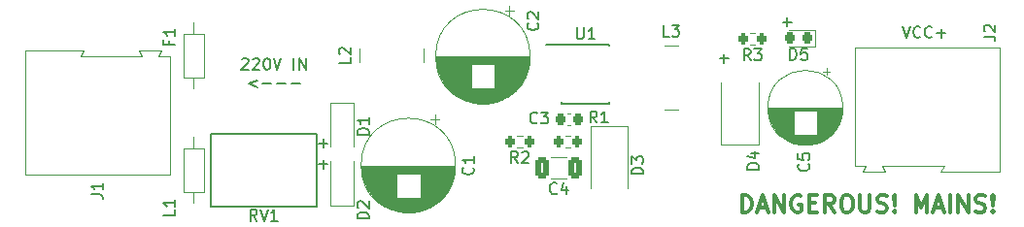
<source format=gbr>
G04 #@! TF.GenerationSoftware,KiCad,Pcbnew,6.0.0-rc1-unknown-c40e921cb3~144~ubuntu20.04.1*
G04 #@! TF.CreationDate,2021-11-22T05:53:21+02:00*
G04 #@! TF.ProjectId,PSU-NONISOLATED,5053552d-4e4f-44e4-9953-4f4c41544544,rev?*
G04 #@! TF.SameCoordinates,Original*
G04 #@! TF.FileFunction,Legend,Top*
G04 #@! TF.FilePolarity,Positive*
%FSLAX46Y46*%
G04 Gerber Fmt 4.6, Leading zero omitted, Abs format (unit mm)*
G04 Created by KiCad (PCBNEW 6.0.0-rc1-unknown-c40e921cb3~144~ubuntu20.04.1) date 2021-11-22 05:53:21*
%MOMM*%
%LPD*%
G01*
G04 APERTURE LIST*
G04 Aperture macros list*
%AMRoundRect*
0 Rectangle with rounded corners*
0 $1 Rounding radius*
0 $2 $3 $4 $5 $6 $7 $8 $9 X,Y pos of 4 corners*
0 Add a 4 corners polygon primitive as box body*
4,1,4,$2,$3,$4,$5,$6,$7,$8,$9,$2,$3,0*
0 Add four circle primitives for the rounded corners*
1,1,$1+$1,$2,$3*
1,1,$1+$1,$4,$5*
1,1,$1+$1,$6,$7*
1,1,$1+$1,$8,$9*
0 Add four rect primitives between the rounded corners*
20,1,$1+$1,$2,$3,$4,$5,0*
20,1,$1+$1,$4,$5,$6,$7,0*
20,1,$1+$1,$6,$7,$8,$9,0*
20,1,$1+$1,$8,$9,$2,$3,0*%
G04 Aperture macros list end*
%ADD10C,0.150000*%
%ADD11C,0.300000*%
%ADD12C,0.120000*%
%ADD13R,1.800000X2.500000*%
%ADD14R,2.150000X5.500000*%
%ADD15C,1.400000*%
%ADD16O,1.400000X1.400000*%
%ADD17R,1.600000X1.600000*%
%ADD18C,1.600000*%
%ADD19R,3.960000X1.980000*%
%ADD20O,3.960000X1.980000*%
%ADD21RoundRect,0.250000X0.325000X0.650000X-0.325000X0.650000X-0.325000X-0.650000X0.325000X-0.650000X0*%
%ADD22R,1.100000X1.100000*%
%ADD23RoundRect,0.218750X0.218750X0.256250X-0.218750X0.256250X-0.218750X-0.256250X0.218750X-0.256250X0*%
%ADD24RoundRect,0.200000X0.200000X0.275000X-0.200000X0.275000X-0.200000X-0.275000X0.200000X-0.275000X0*%
%ADD25RoundRect,0.225000X-0.225000X-0.250000X0.225000X-0.250000X0.225000X0.250000X-0.225000X0.250000X0*%
%ADD26R,5.500000X2.150000*%
%ADD27RoundRect,0.200000X-0.200000X-0.275000X0.200000X-0.275000X0.200000X0.275000X-0.200000X0.275000X0*%
%ADD28R,2.000000X0.600000*%
G04 APERTURE END LIST*
D10*
X80490476Y-50342619D02*
X80538095Y-50295000D01*
X80633333Y-50247380D01*
X80871428Y-50247380D01*
X80966666Y-50295000D01*
X81014285Y-50342619D01*
X81061904Y-50437857D01*
X81061904Y-50533095D01*
X81014285Y-50675952D01*
X80442857Y-51247380D01*
X81061904Y-51247380D01*
X81442857Y-50342619D02*
X81490476Y-50295000D01*
X81585714Y-50247380D01*
X81823809Y-50247380D01*
X81919047Y-50295000D01*
X81966666Y-50342619D01*
X82014285Y-50437857D01*
X82014285Y-50533095D01*
X81966666Y-50675952D01*
X81395238Y-51247380D01*
X82014285Y-51247380D01*
X82633333Y-50247380D02*
X82728571Y-50247380D01*
X82823809Y-50295000D01*
X82871428Y-50342619D01*
X82919047Y-50437857D01*
X82966666Y-50628333D01*
X82966666Y-50866428D01*
X82919047Y-51056904D01*
X82871428Y-51152142D01*
X82823809Y-51199761D01*
X82728571Y-51247380D01*
X82633333Y-51247380D01*
X82538095Y-51199761D01*
X82490476Y-51152142D01*
X82442857Y-51056904D01*
X82395238Y-50866428D01*
X82395238Y-50628333D01*
X82442857Y-50437857D01*
X82490476Y-50342619D01*
X82538095Y-50295000D01*
X82633333Y-50247380D01*
X83252380Y-50247380D02*
X83585714Y-51247380D01*
X83919047Y-50247380D01*
X85014285Y-51247380D02*
X85014285Y-50247380D01*
X85490476Y-51247380D02*
X85490476Y-50247380D01*
X86061904Y-51247380D01*
X86061904Y-50247380D01*
X81823809Y-52190714D02*
X81061904Y-52476428D01*
X81823809Y-52762142D01*
X82300000Y-52476428D02*
X83061904Y-52476428D01*
X83538095Y-52476428D02*
X84300000Y-52476428D01*
X84776190Y-52476428D02*
X85538095Y-52476428D01*
D11*
X124071428Y-63678571D02*
X124071428Y-62178571D01*
X124428571Y-62178571D01*
X124642857Y-62250000D01*
X124785714Y-62392857D01*
X124857142Y-62535714D01*
X124928571Y-62821428D01*
X124928571Y-63035714D01*
X124857142Y-63321428D01*
X124785714Y-63464285D01*
X124642857Y-63607142D01*
X124428571Y-63678571D01*
X124071428Y-63678571D01*
X125500000Y-63250000D02*
X126214285Y-63250000D01*
X125357142Y-63678571D02*
X125857142Y-62178571D01*
X126357142Y-63678571D01*
X126857142Y-63678571D02*
X126857142Y-62178571D01*
X127714285Y-63678571D01*
X127714285Y-62178571D01*
X129214285Y-62250000D02*
X129071428Y-62178571D01*
X128857142Y-62178571D01*
X128642857Y-62250000D01*
X128500000Y-62392857D01*
X128428571Y-62535714D01*
X128357142Y-62821428D01*
X128357142Y-63035714D01*
X128428571Y-63321428D01*
X128500000Y-63464285D01*
X128642857Y-63607142D01*
X128857142Y-63678571D01*
X129000000Y-63678571D01*
X129214285Y-63607142D01*
X129285714Y-63535714D01*
X129285714Y-63035714D01*
X129000000Y-63035714D01*
X129928571Y-62892857D02*
X130428571Y-62892857D01*
X130642857Y-63678571D02*
X129928571Y-63678571D01*
X129928571Y-62178571D01*
X130642857Y-62178571D01*
X132142857Y-63678571D02*
X131642857Y-62964285D01*
X131285714Y-63678571D02*
X131285714Y-62178571D01*
X131857142Y-62178571D01*
X132000000Y-62250000D01*
X132071428Y-62321428D01*
X132142857Y-62464285D01*
X132142857Y-62678571D01*
X132071428Y-62821428D01*
X132000000Y-62892857D01*
X131857142Y-62964285D01*
X131285714Y-62964285D01*
X133071428Y-62178571D02*
X133357142Y-62178571D01*
X133500000Y-62250000D01*
X133642857Y-62392857D01*
X133714285Y-62678571D01*
X133714285Y-63178571D01*
X133642857Y-63464285D01*
X133500000Y-63607142D01*
X133357142Y-63678571D01*
X133071428Y-63678571D01*
X132928571Y-63607142D01*
X132785714Y-63464285D01*
X132714285Y-63178571D01*
X132714285Y-62678571D01*
X132785714Y-62392857D01*
X132928571Y-62250000D01*
X133071428Y-62178571D01*
X134357142Y-62178571D02*
X134357142Y-63392857D01*
X134428571Y-63535714D01*
X134500000Y-63607142D01*
X134642857Y-63678571D01*
X134928571Y-63678571D01*
X135071428Y-63607142D01*
X135142857Y-63535714D01*
X135214285Y-63392857D01*
X135214285Y-62178571D01*
X135857142Y-63607142D02*
X136071428Y-63678571D01*
X136428571Y-63678571D01*
X136571428Y-63607142D01*
X136642857Y-63535714D01*
X136714285Y-63392857D01*
X136714285Y-63250000D01*
X136642857Y-63107142D01*
X136571428Y-63035714D01*
X136428571Y-62964285D01*
X136142857Y-62892857D01*
X136000000Y-62821428D01*
X135928571Y-62750000D01*
X135857142Y-62607142D01*
X135857142Y-62464285D01*
X135928571Y-62321428D01*
X136000000Y-62250000D01*
X136142857Y-62178571D01*
X136500000Y-62178571D01*
X136714285Y-62250000D01*
X137357142Y-63535714D02*
X137428571Y-63607142D01*
X137357142Y-63678571D01*
X137285714Y-63607142D01*
X137357142Y-63535714D01*
X137357142Y-63678571D01*
X137357142Y-63107142D02*
X137285714Y-62250000D01*
X137357142Y-62178571D01*
X137428571Y-62250000D01*
X137357142Y-63107142D01*
X137357142Y-62178571D01*
X139214285Y-63678571D02*
X139214285Y-62178571D01*
X139714285Y-63250000D01*
X140214285Y-62178571D01*
X140214285Y-63678571D01*
X140857142Y-63250000D02*
X141571428Y-63250000D01*
X140714285Y-63678571D02*
X141214285Y-62178571D01*
X141714285Y-63678571D01*
X142214285Y-63678571D02*
X142214285Y-62178571D01*
X142928571Y-63678571D02*
X142928571Y-62178571D01*
X143785714Y-63678571D01*
X143785714Y-62178571D01*
X144428571Y-63607142D02*
X144642857Y-63678571D01*
X145000000Y-63678571D01*
X145142857Y-63607142D01*
X145214285Y-63535714D01*
X145285714Y-63392857D01*
X145285714Y-63250000D01*
X145214285Y-63107142D01*
X145142857Y-63035714D01*
X145000000Y-62964285D01*
X144714285Y-62892857D01*
X144571428Y-62821428D01*
X144500000Y-62750000D01*
X144428571Y-62607142D01*
X144428571Y-62464285D01*
X144500000Y-62321428D01*
X144571428Y-62250000D01*
X144714285Y-62178571D01*
X145071428Y-62178571D01*
X145285714Y-62250000D01*
X145928571Y-63535714D02*
X146000000Y-63607142D01*
X145928571Y-63678571D01*
X145857142Y-63607142D01*
X145928571Y-63535714D01*
X145928571Y-63678571D01*
X145928571Y-63107142D02*
X145857142Y-62250000D01*
X145928571Y-62178571D01*
X146000000Y-62250000D01*
X145928571Y-63107142D01*
X145928571Y-62178571D01*
D10*
X122119047Y-50271428D02*
X122880952Y-50271428D01*
X122500000Y-50652380D02*
X122500000Y-49890476D01*
X87219047Y-59471428D02*
X87980952Y-59471428D01*
X87600000Y-59852380D02*
X87600000Y-59090476D01*
X87219047Y-57671428D02*
X87980952Y-57671428D01*
X87600000Y-58052380D02*
X87600000Y-57290476D01*
X127619047Y-47071428D02*
X128380952Y-47071428D01*
X128000000Y-47452380D02*
X128000000Y-46690476D01*
X138047619Y-47452380D02*
X138380952Y-48452380D01*
X138714285Y-47452380D01*
X139619047Y-48357142D02*
X139571428Y-48404761D01*
X139428571Y-48452380D01*
X139333333Y-48452380D01*
X139190476Y-48404761D01*
X139095238Y-48309523D01*
X139047619Y-48214285D01*
X139000000Y-48023809D01*
X139000000Y-47880952D01*
X139047619Y-47690476D01*
X139095238Y-47595238D01*
X139190476Y-47500000D01*
X139333333Y-47452380D01*
X139428571Y-47452380D01*
X139571428Y-47500000D01*
X139619047Y-47547619D01*
X140619047Y-48357142D02*
X140571428Y-48404761D01*
X140428571Y-48452380D01*
X140333333Y-48452380D01*
X140190476Y-48404761D01*
X140095238Y-48309523D01*
X140047619Y-48214285D01*
X140000000Y-48023809D01*
X140000000Y-47880952D01*
X140047619Y-47690476D01*
X140095238Y-47595238D01*
X140190476Y-47500000D01*
X140333333Y-47452380D01*
X140428571Y-47452380D01*
X140571428Y-47500000D01*
X140619047Y-47547619D01*
X141047619Y-48071428D02*
X141809523Y-48071428D01*
X141428571Y-48452380D02*
X141428571Y-47690476D01*
X115452380Y-60338095D02*
X114452380Y-60338095D01*
X114452380Y-60100000D01*
X114500000Y-59957142D01*
X114595238Y-59861904D01*
X114690476Y-59814285D01*
X114880952Y-59766666D01*
X115023809Y-59766666D01*
X115214285Y-59814285D01*
X115309523Y-59861904D01*
X115404761Y-59957142D01*
X115452380Y-60100000D01*
X115452380Y-60338095D01*
X114452380Y-59433333D02*
X114452380Y-58814285D01*
X114833333Y-59147619D01*
X114833333Y-59004761D01*
X114880952Y-58909523D01*
X114928571Y-58861904D01*
X115023809Y-58814285D01*
X115261904Y-58814285D01*
X115357142Y-58861904D01*
X115404761Y-58909523D01*
X115452380Y-59004761D01*
X115452380Y-59290476D01*
X115404761Y-59385714D01*
X115357142Y-59433333D01*
X117733333Y-48352380D02*
X117257142Y-48352380D01*
X117257142Y-47352380D01*
X117971428Y-47352380D02*
X118590476Y-47352380D01*
X118257142Y-47733333D01*
X118400000Y-47733333D01*
X118495238Y-47780952D01*
X118542857Y-47828571D01*
X118590476Y-47923809D01*
X118590476Y-48161904D01*
X118542857Y-48257142D01*
X118495238Y-48304761D01*
X118400000Y-48352380D01*
X118114285Y-48352380D01*
X118019047Y-48304761D01*
X117971428Y-48257142D01*
X125552380Y-59938095D02*
X124552380Y-59938095D01*
X124552380Y-59700000D01*
X124600000Y-59557142D01*
X124695238Y-59461904D01*
X124790476Y-59414285D01*
X124980952Y-59366666D01*
X125123809Y-59366666D01*
X125314285Y-59414285D01*
X125409523Y-59461904D01*
X125504761Y-59557142D01*
X125552380Y-59700000D01*
X125552380Y-59938095D01*
X124885714Y-58509523D02*
X125552380Y-58509523D01*
X124504761Y-58747619D02*
X125219047Y-58985714D01*
X125219047Y-58366666D01*
X74128571Y-48733333D02*
X74128571Y-49066666D01*
X74652380Y-49066666D02*
X73652380Y-49066666D01*
X73652380Y-48590476D01*
X74652380Y-47685714D02*
X74652380Y-48257142D01*
X74652380Y-47971428D02*
X73652380Y-47971428D01*
X73795238Y-48066666D01*
X73890476Y-48161904D01*
X73938095Y-48257142D01*
X100607142Y-59764015D02*
X100654761Y-59811634D01*
X100702380Y-59954491D01*
X100702380Y-60049729D01*
X100654761Y-60192587D01*
X100559523Y-60287825D01*
X100464285Y-60335444D01*
X100273809Y-60383063D01*
X100130952Y-60383063D01*
X99940476Y-60335444D01*
X99845238Y-60287825D01*
X99750000Y-60192587D01*
X99702380Y-60049729D01*
X99702380Y-59954491D01*
X99750000Y-59811634D01*
X99797619Y-59764015D01*
X100702380Y-58811634D02*
X100702380Y-59383063D01*
X100702380Y-59097349D02*
X99702380Y-59097349D01*
X99845238Y-59192587D01*
X99940476Y-59287825D01*
X99988095Y-59383063D01*
X145152380Y-48333333D02*
X145866666Y-48333333D01*
X146009523Y-48380952D01*
X146104761Y-48476190D01*
X146152380Y-48619047D01*
X146152380Y-48714285D01*
X145247619Y-47904761D02*
X145200000Y-47857142D01*
X145152380Y-47761904D01*
X145152380Y-47523809D01*
X145200000Y-47428571D01*
X145247619Y-47380952D01*
X145342857Y-47333333D01*
X145438095Y-47333333D01*
X145580952Y-47380952D01*
X146152380Y-47952380D01*
X146152380Y-47333333D01*
X107933333Y-62007142D02*
X107885714Y-62054761D01*
X107742857Y-62102380D01*
X107647619Y-62102380D01*
X107504761Y-62054761D01*
X107409523Y-61959523D01*
X107361904Y-61864285D01*
X107314285Y-61673809D01*
X107314285Y-61530952D01*
X107361904Y-61340476D01*
X107409523Y-61245238D01*
X107504761Y-61150000D01*
X107647619Y-61102380D01*
X107742857Y-61102380D01*
X107885714Y-61150000D01*
X107933333Y-61197619D01*
X108790476Y-61435714D02*
X108790476Y-62102380D01*
X108552380Y-61054761D02*
X108314285Y-61769047D01*
X108933333Y-61769047D01*
X91557380Y-56911095D02*
X90557380Y-56911095D01*
X90557380Y-56673000D01*
X90605000Y-56530142D01*
X90700238Y-56434904D01*
X90795476Y-56387285D01*
X90985952Y-56339666D01*
X91128809Y-56339666D01*
X91319285Y-56387285D01*
X91414523Y-56434904D01*
X91509761Y-56530142D01*
X91557380Y-56673000D01*
X91557380Y-56911095D01*
X91557380Y-55387285D02*
X91557380Y-55958714D01*
X91557380Y-55673000D02*
X90557380Y-55673000D01*
X90700238Y-55768238D01*
X90795476Y-55863476D01*
X90843095Y-55958714D01*
X91552380Y-64238095D02*
X90552380Y-64238095D01*
X90552380Y-64000000D01*
X90600000Y-63857142D01*
X90695238Y-63761904D01*
X90790476Y-63714285D01*
X90980952Y-63666666D01*
X91123809Y-63666666D01*
X91314285Y-63714285D01*
X91409523Y-63761904D01*
X91504761Y-63857142D01*
X91552380Y-64000000D01*
X91552380Y-64238095D01*
X90647619Y-63285714D02*
X90600000Y-63238095D01*
X90552380Y-63142857D01*
X90552380Y-62904761D01*
X90600000Y-62809523D01*
X90647619Y-62761904D01*
X90742857Y-62714285D01*
X90838095Y-62714285D01*
X90980952Y-62761904D01*
X91552380Y-63333333D01*
X91552380Y-62714285D01*
X81804761Y-64422380D02*
X81471428Y-63946190D01*
X81233333Y-64422380D02*
X81233333Y-63422380D01*
X81614285Y-63422380D01*
X81709523Y-63470000D01*
X81757142Y-63517619D01*
X81804761Y-63612857D01*
X81804761Y-63755714D01*
X81757142Y-63850952D01*
X81709523Y-63898571D01*
X81614285Y-63946190D01*
X81233333Y-63946190D01*
X82090476Y-63422380D02*
X82423809Y-64422380D01*
X82757142Y-63422380D01*
X83614285Y-64422380D02*
X83042857Y-64422380D01*
X83328571Y-64422380D02*
X83328571Y-63422380D01*
X83233333Y-63565238D01*
X83138095Y-63660476D01*
X83042857Y-63708095D01*
X128261904Y-50382380D02*
X128261904Y-49382380D01*
X128500000Y-49382380D01*
X128642857Y-49430000D01*
X128738095Y-49525238D01*
X128785714Y-49620476D01*
X128833333Y-49810952D01*
X128833333Y-49953809D01*
X128785714Y-50144285D01*
X128738095Y-50239523D01*
X128642857Y-50334761D01*
X128500000Y-50382380D01*
X128261904Y-50382380D01*
X129738095Y-49382380D02*
X129261904Y-49382380D01*
X129214285Y-49858571D01*
X129261904Y-49810952D01*
X129357142Y-49763333D01*
X129595238Y-49763333D01*
X129690476Y-49810952D01*
X129738095Y-49858571D01*
X129785714Y-49953809D01*
X129785714Y-50191904D01*
X129738095Y-50287142D01*
X129690476Y-50334761D01*
X129595238Y-50382380D01*
X129357142Y-50382380D01*
X129261904Y-50334761D01*
X129214285Y-50287142D01*
X104533333Y-59382380D02*
X104200000Y-58906190D01*
X103961904Y-59382380D02*
X103961904Y-58382380D01*
X104342857Y-58382380D01*
X104438095Y-58430000D01*
X104485714Y-58477619D01*
X104533333Y-58572857D01*
X104533333Y-58715714D01*
X104485714Y-58810952D01*
X104438095Y-58858571D01*
X104342857Y-58906190D01*
X103961904Y-58906190D01*
X104914285Y-58477619D02*
X104961904Y-58430000D01*
X105057142Y-58382380D01*
X105295238Y-58382380D01*
X105390476Y-58430000D01*
X105438095Y-58477619D01*
X105485714Y-58572857D01*
X105485714Y-58668095D01*
X105438095Y-58810952D01*
X104866666Y-59382380D01*
X105485714Y-59382380D01*
X124823333Y-50422380D02*
X124490000Y-49946190D01*
X124251904Y-50422380D02*
X124251904Y-49422380D01*
X124632857Y-49422380D01*
X124728095Y-49470000D01*
X124775714Y-49517619D01*
X124823333Y-49612857D01*
X124823333Y-49755714D01*
X124775714Y-49850952D01*
X124728095Y-49898571D01*
X124632857Y-49946190D01*
X124251904Y-49946190D01*
X125156666Y-49422380D02*
X125775714Y-49422380D01*
X125442380Y-49803333D01*
X125585238Y-49803333D01*
X125680476Y-49850952D01*
X125728095Y-49898571D01*
X125775714Y-49993809D01*
X125775714Y-50231904D01*
X125728095Y-50327142D01*
X125680476Y-50374761D01*
X125585238Y-50422380D01*
X125299523Y-50422380D01*
X125204285Y-50374761D01*
X125156666Y-50327142D01*
X106233333Y-55857142D02*
X106185714Y-55904761D01*
X106042857Y-55952380D01*
X105947619Y-55952380D01*
X105804761Y-55904761D01*
X105709523Y-55809523D01*
X105661904Y-55714285D01*
X105614285Y-55523809D01*
X105614285Y-55380952D01*
X105661904Y-55190476D01*
X105709523Y-55095238D01*
X105804761Y-55000000D01*
X105947619Y-54952380D01*
X106042857Y-54952380D01*
X106185714Y-55000000D01*
X106233333Y-55047619D01*
X106566666Y-54952380D02*
X107185714Y-54952380D01*
X106852380Y-55333333D01*
X106995238Y-55333333D01*
X107090476Y-55380952D01*
X107138095Y-55428571D01*
X107185714Y-55523809D01*
X107185714Y-55761904D01*
X107138095Y-55857142D01*
X107090476Y-55904761D01*
X106995238Y-55952380D01*
X106709523Y-55952380D01*
X106614285Y-55904761D01*
X106566666Y-55857142D01*
X74652380Y-63466666D02*
X74652380Y-63942857D01*
X73652380Y-63942857D01*
X74652380Y-62609523D02*
X74652380Y-63180952D01*
X74652380Y-62895238D02*
X73652380Y-62895238D01*
X73795238Y-62990476D01*
X73890476Y-63085714D01*
X73938095Y-63180952D01*
X67352380Y-62133333D02*
X68066666Y-62133333D01*
X68209523Y-62180952D01*
X68304761Y-62276190D01*
X68352380Y-62419047D01*
X68352380Y-62514285D01*
X68352380Y-61133333D02*
X68352380Y-61704761D01*
X68352380Y-61419047D02*
X67352380Y-61419047D01*
X67495238Y-61514285D01*
X67590476Y-61609523D01*
X67638095Y-61704761D01*
X106257142Y-47166666D02*
X106304761Y-47214285D01*
X106352380Y-47357142D01*
X106352380Y-47452380D01*
X106304761Y-47595238D01*
X106209523Y-47690476D01*
X106114285Y-47738095D01*
X105923809Y-47785714D01*
X105780952Y-47785714D01*
X105590476Y-47738095D01*
X105495238Y-47690476D01*
X105400000Y-47595238D01*
X105352380Y-47452380D01*
X105352380Y-47357142D01*
X105400000Y-47214285D01*
X105447619Y-47166666D01*
X105447619Y-46785714D02*
X105400000Y-46738095D01*
X105352380Y-46642857D01*
X105352380Y-46404761D01*
X105400000Y-46309523D01*
X105447619Y-46261904D01*
X105542857Y-46214285D01*
X105638095Y-46214285D01*
X105780952Y-46261904D01*
X106352380Y-46833333D01*
X106352380Y-46214285D01*
X89952380Y-50166666D02*
X89952380Y-50642857D01*
X88952380Y-50642857D01*
X89047619Y-49880952D02*
X89000000Y-49833333D01*
X88952380Y-49738095D01*
X88952380Y-49500000D01*
X89000000Y-49404761D01*
X89047619Y-49357142D01*
X89142857Y-49309523D01*
X89238095Y-49309523D01*
X89380952Y-49357142D01*
X89952380Y-49928571D01*
X89952380Y-49309523D01*
X111433333Y-55852380D02*
X111100000Y-55376190D01*
X110861904Y-55852380D02*
X110861904Y-54852380D01*
X111242857Y-54852380D01*
X111338095Y-54900000D01*
X111385714Y-54947619D01*
X111433333Y-55042857D01*
X111433333Y-55185714D01*
X111385714Y-55280952D01*
X111338095Y-55328571D01*
X111242857Y-55376190D01*
X110861904Y-55376190D01*
X112385714Y-55852380D02*
X111814285Y-55852380D01*
X112100000Y-55852380D02*
X112100000Y-54852380D01*
X112004761Y-54995238D01*
X111909523Y-55090476D01*
X111814285Y-55138095D01*
X109692793Y-47552380D02*
X109692793Y-48361904D01*
X109740412Y-48457142D01*
X109788031Y-48504761D01*
X109883269Y-48552380D01*
X110073745Y-48552380D01*
X110168983Y-48504761D01*
X110216602Y-48457142D01*
X110264221Y-48361904D01*
X110264221Y-47552380D01*
X111264221Y-48552380D02*
X110692793Y-48552380D01*
X110978507Y-48552380D02*
X110978507Y-47552380D01*
X110883269Y-47695238D01*
X110788031Y-47790476D01*
X110692793Y-47838095D01*
X129857142Y-59466666D02*
X129904761Y-59514285D01*
X129952380Y-59657142D01*
X129952380Y-59752380D01*
X129904761Y-59895238D01*
X129809523Y-59990476D01*
X129714285Y-60038095D01*
X129523809Y-60085714D01*
X129380952Y-60085714D01*
X129190476Y-60038095D01*
X129095238Y-59990476D01*
X129000000Y-59895238D01*
X128952380Y-59752380D01*
X128952380Y-59657142D01*
X129000000Y-59514285D01*
X129047619Y-59466666D01*
X128952380Y-58561904D02*
X128952380Y-59038095D01*
X129428571Y-59085714D01*
X129380952Y-59038095D01*
X129333333Y-58942857D01*
X129333333Y-58704761D01*
X129380952Y-58609523D01*
X129428571Y-58561904D01*
X129523809Y-58514285D01*
X129761904Y-58514285D01*
X129857142Y-58561904D01*
X129904761Y-58609523D01*
X129952380Y-58704761D01*
X129952380Y-58942857D01*
X129904761Y-59038095D01*
X129857142Y-59085714D01*
D12*
X114150000Y-56200000D02*
X110850000Y-56200000D01*
X114150000Y-56200000D02*
X114150000Y-61600000D01*
X110850000Y-56200000D02*
X110850000Y-61600000D01*
X117300000Y-54700000D02*
X118500000Y-54700000D01*
X118500000Y-49100000D02*
X117300000Y-49100000D01*
X122250000Y-57782379D02*
X122250000Y-52382379D01*
X122250000Y-57782379D02*
X125550000Y-57782379D01*
X125550000Y-57782379D02*
X125550000Y-52382379D01*
X75380000Y-51920000D02*
X77220000Y-51920000D01*
X75380000Y-48080000D02*
X75380000Y-51920000D01*
X76300000Y-52870000D02*
X76300000Y-51920000D01*
X76300000Y-47130000D02*
X76300000Y-48080000D01*
X77220000Y-51920000D02*
X77220000Y-48080000D01*
X77220000Y-48080000D02*
X75380000Y-48080000D01*
X98090000Y-62278349D02*
X96040000Y-62278349D01*
X97454000Y-62878349D02*
X92546000Y-62878349D01*
X97715000Y-55587651D02*
X96915000Y-55587651D01*
X99080000Y-59597349D02*
X90920000Y-59597349D01*
X98957000Y-60598349D02*
X96040000Y-60598349D01*
X97867000Y-62518349D02*
X92133000Y-62518349D01*
X93960000Y-60758349D02*
X91086000Y-60758349D01*
X98584000Y-61558349D02*
X96040000Y-61558349D01*
X98790000Y-61118349D02*
X96040000Y-61118349D01*
X93960000Y-61998349D02*
X91691000Y-61998349D01*
X99071000Y-59877349D02*
X90929000Y-59877349D01*
X95768000Y-63638349D02*
X94232000Y-63638349D01*
X98627000Y-61478349D02*
X96040000Y-61478349D01*
X93960000Y-60638349D02*
X91053000Y-60638349D01*
X99010000Y-60358349D02*
X96040000Y-60358349D01*
X99052000Y-60077349D02*
X90948000Y-60077349D01*
X93960000Y-61598349D02*
X91438000Y-61598349D01*
X93960000Y-60838349D02*
X91111000Y-60838349D01*
X98666000Y-61398349D02*
X96040000Y-61398349D01*
X99017000Y-60318349D02*
X96040000Y-60318349D01*
X93960000Y-61918349D02*
X91635000Y-61918349D01*
X93960000Y-61318349D02*
X91296000Y-61318349D01*
X98540000Y-61638349D02*
X96040000Y-61638349D01*
X96229000Y-63518349D02*
X93771000Y-63518349D01*
X96645000Y-63358349D02*
X93355000Y-63358349D01*
X93960000Y-60438349D02*
X91006000Y-60438349D01*
X98947000Y-60638349D02*
X96040000Y-60638349D01*
X99024000Y-60277349D02*
X90976000Y-60277349D01*
X97034000Y-63158349D02*
X92966000Y-63158349D01*
X98647000Y-61438349D02*
X96040000Y-61438349D01*
X99048000Y-60117349D02*
X90952000Y-60117349D01*
X98936000Y-60678349D02*
X96040000Y-60678349D01*
X97983000Y-62398349D02*
X92017000Y-62398349D01*
X93960000Y-62278349D02*
X91910000Y-62278349D01*
X98686000Y-61358349D02*
X96040000Y-61358349D01*
X93960000Y-61558349D02*
X91416000Y-61558349D01*
X93960000Y-61398349D02*
X91334000Y-61398349D01*
X98889000Y-60838349D02*
X96040000Y-60838349D01*
X99080000Y-59637349D02*
X90920000Y-59637349D01*
X93960000Y-61038349D02*
X91179000Y-61038349D01*
X96098000Y-63558349D02*
X93902000Y-63558349D01*
X93960000Y-61638349D02*
X91460000Y-61638349D01*
X96890000Y-63238349D02*
X93110000Y-63238349D01*
X93960000Y-60518349D02*
X91024000Y-60518349D01*
X93960000Y-61958349D02*
X91662000Y-61958349D01*
X97697000Y-62678349D02*
X92303000Y-62678349D01*
X97287000Y-62998349D02*
X92713000Y-62998349D01*
X98805000Y-61078349D02*
X96040000Y-61078349D01*
X96964000Y-63198349D02*
X93036000Y-63198349D01*
X93960000Y-62358349D02*
X91981000Y-62358349D01*
X93960000Y-61878349D02*
X91608000Y-61878349D01*
X98757000Y-61198349D02*
X96040000Y-61198349D01*
X98156000Y-62198349D02*
X96040000Y-62198349D01*
X93960000Y-60678349D02*
X91064000Y-60678349D01*
X99074000Y-59837349D02*
X90926000Y-59837349D01*
X99002000Y-60398349D02*
X96040000Y-60398349D01*
X98444000Y-61798349D02*
X96040000Y-61798349D01*
X96453000Y-63438349D02*
X93547000Y-63438349D01*
X98418000Y-61838349D02*
X96040000Y-61838349D01*
X99065000Y-59957349D02*
X90935000Y-59957349D01*
X98392000Y-61878349D02*
X96040000Y-61878349D01*
X93960000Y-61478349D02*
X91373000Y-61478349D01*
X97228000Y-63038349D02*
X92772000Y-63038349D01*
X93960000Y-61238349D02*
X91260000Y-61238349D01*
X98877000Y-60878349D02*
X96040000Y-60878349D01*
X98250000Y-62078349D02*
X96040000Y-62078349D01*
X93960000Y-60918349D02*
X91137000Y-60918349D01*
X93960000Y-62318349D02*
X91945000Y-62318349D01*
X98850000Y-60958349D02*
X96040000Y-60958349D01*
X98338000Y-61958349D02*
X96040000Y-61958349D01*
X99061000Y-59997349D02*
X90939000Y-59997349D01*
X97826000Y-62558349D02*
X92174000Y-62558349D01*
X93960000Y-61158349D02*
X91226000Y-61158349D01*
X98365000Y-61918349D02*
X96040000Y-61918349D01*
X93960000Y-61718349D02*
X91507000Y-61718349D01*
X96552000Y-63398349D02*
X93448000Y-63398349D01*
X93960000Y-61078349D02*
X91195000Y-61078349D01*
X98985000Y-60478349D02*
X96040000Y-60478349D01*
X96731000Y-63318349D02*
X93269000Y-63318349D01*
X93960000Y-60558349D02*
X91033000Y-60558349D01*
X99042000Y-60157349D02*
X90958000Y-60157349D01*
X98740000Y-61238349D02*
X96040000Y-61238349D01*
X97166000Y-63078349D02*
X92834000Y-63078349D01*
X93960000Y-62078349D02*
X91750000Y-62078349D01*
X97651000Y-62718349D02*
X92349000Y-62718349D01*
X98835000Y-60998349D02*
X96040000Y-60998349D01*
X98914000Y-60758349D02*
X96040000Y-60758349D01*
X93960000Y-61758349D02*
X91531000Y-61758349D01*
X98220000Y-62118349D02*
X96040000Y-62118349D01*
X98967000Y-60558349D02*
X96040000Y-60558349D01*
X93960000Y-61118349D02*
X91210000Y-61118349D01*
X99079000Y-59717349D02*
X90921000Y-59717349D01*
X98562000Y-61598349D02*
X96040000Y-61598349D01*
X98902000Y-60798349D02*
X96040000Y-60798349D01*
X93960000Y-61358349D02*
X91314000Y-61358349D01*
X93960000Y-62158349D02*
X91811000Y-62158349D01*
X99080000Y-59677349D02*
X90920000Y-59677349D01*
X96813000Y-63278349D02*
X93187000Y-63278349D01*
X97315000Y-55187651D02*
X97315000Y-55987651D01*
X93960000Y-62118349D02*
X91780000Y-62118349D01*
X93960000Y-60878349D02*
X91123000Y-60878349D01*
X98055000Y-62318349D02*
X96040000Y-62318349D01*
X93960000Y-62238349D02*
X91876000Y-62238349D01*
X97741000Y-62638349D02*
X92259000Y-62638349D01*
X93960000Y-60318349D02*
X90983000Y-60318349D01*
X93960000Y-61198349D02*
X91243000Y-61198349D01*
X97907000Y-62478349D02*
X92093000Y-62478349D01*
X93960000Y-60598349D02*
X91043000Y-60598349D01*
X93960000Y-60998349D02*
X91165000Y-60998349D01*
X93960000Y-60478349D02*
X91015000Y-60478349D01*
X98704000Y-61318349D02*
X96040000Y-61318349D01*
X95948000Y-63598349D02*
X94052000Y-63598349D01*
X97345000Y-62958349D02*
X92655000Y-62958349D01*
X97556000Y-62798349D02*
X92444000Y-62798349D01*
X98722000Y-61278349D02*
X96040000Y-61278349D01*
X99068000Y-59917349D02*
X90932000Y-59917349D01*
X98976000Y-60518349D02*
X96040000Y-60518349D01*
X93960000Y-60718349D02*
X91075000Y-60718349D01*
X97102000Y-63118349D02*
X92898000Y-63118349D01*
X98517000Y-61678349D02*
X96040000Y-61678349D01*
X99057000Y-60037349D02*
X90943000Y-60037349D01*
X95533000Y-63678349D02*
X94467000Y-63678349D01*
X99030000Y-60237349D02*
X90970000Y-60237349D01*
X97505000Y-62838349D02*
X92495000Y-62838349D01*
X98189000Y-62158349D02*
X96040000Y-62158349D01*
X98925000Y-60718349D02*
X96040000Y-60718349D01*
X98309000Y-61998349D02*
X96040000Y-61998349D01*
X93960000Y-60358349D02*
X90990000Y-60358349D01*
X93960000Y-61518349D02*
X91394000Y-61518349D01*
X98493000Y-61718349D02*
X96040000Y-61718349D01*
X98821000Y-61038349D02*
X96040000Y-61038349D01*
X93960000Y-61798349D02*
X91556000Y-61798349D01*
X98469000Y-61758349D02*
X96040000Y-61758349D01*
X98994000Y-60438349D02*
X96040000Y-60438349D01*
X93960000Y-61678349D02*
X91483000Y-61678349D01*
X98124000Y-62238349D02*
X96040000Y-62238349D01*
X93960000Y-60398349D02*
X90998000Y-60398349D01*
X93960000Y-60958349D02*
X91150000Y-60958349D01*
X93960000Y-60798349D02*
X91098000Y-60798349D01*
X93960000Y-62038349D02*
X91720000Y-62038349D01*
X97604000Y-62758349D02*
X92396000Y-62758349D01*
X98280000Y-62038349D02*
X96040000Y-62038349D01*
X98774000Y-61158349D02*
X96040000Y-61158349D01*
X96346000Y-63478349D02*
X93654000Y-63478349D01*
X99077000Y-59757349D02*
X90923000Y-59757349D01*
X97945000Y-62438349D02*
X92055000Y-62438349D01*
X98019000Y-62358349D02*
X96040000Y-62358349D01*
X99037000Y-60197349D02*
X90963000Y-60197349D01*
X97400000Y-62918349D02*
X92600000Y-62918349D01*
X93960000Y-61838349D02*
X91582000Y-61838349D01*
X93960000Y-61278349D02*
X91278000Y-61278349D01*
X97784000Y-62598349D02*
X92216000Y-62598349D01*
X99076000Y-59797349D02*
X90924000Y-59797349D01*
X93960000Y-62198349D02*
X91844000Y-62198349D01*
X98606000Y-61518349D02*
X96040000Y-61518349D01*
X93960000Y-61438349D02*
X91353000Y-61438349D01*
X98863000Y-60918349D02*
X96040000Y-60918349D01*
X99120000Y-59597349D02*
G75*
G03*
X99120000Y-59597349I-4120000J0D01*
G01*
X146500000Y-60135000D02*
X146500000Y-49285000D01*
X136300000Y-59635000D02*
X141700000Y-59635000D01*
X134600000Y-60135000D02*
X136500000Y-60135000D01*
X141700000Y-59635000D02*
X141400000Y-60135000D01*
X141400000Y-60135000D02*
X146500000Y-60135000D01*
X136550000Y-60135000D02*
X136300000Y-59635000D01*
X146500000Y-49285000D02*
X133900000Y-49285000D01*
X133900000Y-59635000D02*
X134850000Y-59635000D01*
X134850000Y-59635000D02*
X134600000Y-60135000D01*
X133900000Y-49285000D02*
X133900000Y-59635000D01*
X136500000Y-60135000D02*
X136550000Y-60135000D01*
X108811252Y-60710000D02*
X107388748Y-60710000D01*
X108811252Y-58890000D02*
X107388748Y-58890000D01*
X90200000Y-54100000D02*
X88200000Y-54100000D01*
X90200000Y-54100000D02*
X90200000Y-57950000D01*
X88200000Y-54100000D02*
X88200000Y-57950000D01*
X90200000Y-63100000D02*
X90200000Y-59250000D01*
X88200000Y-63100000D02*
X88200000Y-59250000D01*
X88200000Y-63100000D02*
X90200000Y-63100000D01*
D10*
X77750000Y-56800000D02*
X77750000Y-63200000D01*
X87050000Y-56800000D02*
X87050000Y-63200000D01*
X77750000Y-56800000D02*
X87050000Y-56800000D01*
X77750000Y-63200000D02*
X87050000Y-63200000D01*
D12*
X130485000Y-49235000D02*
X130485000Y-47765000D01*
X130485000Y-47765000D02*
X128200000Y-47765000D01*
X128200000Y-49235000D02*
X130485000Y-49235000D01*
X104937258Y-58022500D02*
X104462742Y-58022500D01*
X104937258Y-56977500D02*
X104462742Y-56977500D01*
X125227258Y-48017500D02*
X124752742Y-48017500D01*
X125227258Y-49062500D02*
X124752742Y-49062500D01*
X108859420Y-56110000D02*
X109140580Y-56110000D01*
X108859420Y-55090000D02*
X109140580Y-55090000D01*
X76300000Y-62870000D02*
X76300000Y-61920000D01*
X77220000Y-61920000D02*
X77220000Y-58080000D01*
X75380000Y-58080000D02*
X75380000Y-61920000D01*
X76300000Y-57130000D02*
X76300000Y-58080000D01*
X75380000Y-61920000D02*
X77220000Y-61920000D01*
X77220000Y-58080000D02*
X75380000Y-58080000D01*
X66400000Y-50065000D02*
X66700000Y-49565000D01*
X71800000Y-50065000D02*
X66400000Y-50065000D01*
X73250000Y-50065000D02*
X73500000Y-49565000D01*
X74200000Y-60415000D02*
X74200000Y-50065000D01*
X66700000Y-49565000D02*
X61600000Y-49565000D01*
X73500000Y-49565000D02*
X71600000Y-49565000D01*
X71600000Y-49565000D02*
X71550000Y-49565000D01*
X74200000Y-50065000D02*
X73250000Y-50065000D01*
X61600000Y-49565000D02*
X61600000Y-60415000D01*
X61600000Y-60415000D02*
X74200000Y-60415000D01*
X71550000Y-49565000D02*
X71800000Y-50065000D01*
X105568000Y-50417349D02*
X97432000Y-50417349D01*
X103900000Y-53418349D02*
X99100000Y-53418349D01*
X103464000Y-53698349D02*
X99536000Y-53698349D01*
X100460000Y-51258349D02*
X97586000Y-51258349D01*
X100460000Y-52578349D02*
X98250000Y-52578349D01*
X105577000Y-50257349D02*
X97423000Y-50257349D01*
X105557000Y-50537349D02*
X97443000Y-50537349D01*
X100460000Y-51938349D02*
X97853000Y-51938349D01*
X105476000Y-51018349D02*
X102540000Y-51018349D01*
X100460000Y-51818349D02*
X97796000Y-51818349D01*
X105425000Y-51218349D02*
X102540000Y-51218349D01*
X105580000Y-50177349D02*
X97420000Y-50177349D01*
X105389000Y-51338349D02*
X102540000Y-51338349D01*
X104624000Y-52738349D02*
X102540000Y-52738349D01*
X100460000Y-52218349D02*
X98007000Y-52218349D01*
X105186000Y-51858349D02*
X102540000Y-51858349D01*
X105485000Y-50978349D02*
X102540000Y-50978349D01*
X105542000Y-50657349D02*
X97458000Y-50657349D01*
X100460000Y-52538349D02*
X98220000Y-52538349D01*
X104005000Y-53338349D02*
X98995000Y-53338349D01*
X105222000Y-51778349D02*
X102540000Y-51778349D01*
X100460000Y-52138349D02*
X97960000Y-52138349D01*
X103815000Y-45687651D02*
X103815000Y-46487651D01*
X105274000Y-51658349D02*
X102540000Y-51658349D01*
X100460000Y-50858349D02*
X97490000Y-50858349D01*
X104284000Y-53098349D02*
X98716000Y-53098349D01*
X100460000Y-51978349D02*
X97873000Y-51978349D01*
X104519000Y-52858349D02*
X102540000Y-52858349D01*
X105377000Y-51378349D02*
X102540000Y-51378349D01*
X103666000Y-53578349D02*
X99334000Y-53578349D01*
X104483000Y-52898349D02*
X98517000Y-52898349D01*
X100460000Y-52698349D02*
X98344000Y-52698349D01*
X105040000Y-52138349D02*
X102540000Y-52138349D01*
X100460000Y-52418349D02*
X98135000Y-52418349D01*
X100460000Y-51658349D02*
X97726000Y-51658349D01*
X104689000Y-52658349D02*
X102540000Y-52658349D01*
X105494000Y-50938349D02*
X102540000Y-50938349D01*
X100460000Y-51418349D02*
X97637000Y-51418349D01*
X100460000Y-51298349D02*
X97598000Y-51298349D01*
X100460000Y-52178349D02*
X97983000Y-52178349D01*
X103787000Y-53498349D02*
X99213000Y-53498349D01*
X105402000Y-51298349D02*
X102540000Y-51298349D01*
X100460000Y-52658349D02*
X98311000Y-52658349D01*
X100460000Y-52858349D02*
X98481000Y-52858349D01*
X104555000Y-52818349D02*
X102540000Y-52818349D01*
X105436000Y-51178349D02*
X102540000Y-51178349D01*
X100460000Y-51898349D02*
X97834000Y-51898349D01*
X105457000Y-51098349D02*
X102540000Y-51098349D01*
X102953000Y-53938349D02*
X100047000Y-53938349D01*
X100460000Y-52058349D02*
X97916000Y-52058349D01*
X105580000Y-50097349D02*
X97420000Y-50097349D01*
X100460000Y-51858349D02*
X97814000Y-51858349D01*
X102729000Y-54018349D02*
X100271000Y-54018349D01*
X105467000Y-51058349D02*
X102540000Y-51058349D01*
X105524000Y-50777349D02*
X97476000Y-50777349D01*
X100460000Y-50818349D02*
X97483000Y-50818349D01*
X103534000Y-53658349D02*
X99466000Y-53658349D01*
X104326000Y-53058349D02*
X98674000Y-53058349D01*
X100460000Y-52618349D02*
X98280000Y-52618349D01*
X104407000Y-52978349D02*
X98593000Y-52978349D01*
X105290000Y-51618349D02*
X102540000Y-51618349D01*
X103390000Y-53738349D02*
X99610000Y-53738349D01*
X104993000Y-52218349D02*
X102540000Y-52218349D01*
X105561000Y-50497349D02*
X97439000Y-50497349D01*
X100460000Y-51738349D02*
X97760000Y-51738349D01*
X100460000Y-50898349D02*
X97498000Y-50898349D01*
X105552000Y-50577349D02*
X97448000Y-50577349D01*
X103313000Y-53778349D02*
X99687000Y-53778349D01*
X105580000Y-50137349D02*
X97420000Y-50137349D01*
X102846000Y-53978349D02*
X100154000Y-53978349D01*
X100460000Y-50978349D02*
X97515000Y-50978349D01*
X104780000Y-52538349D02*
X102540000Y-52538349D01*
X100460000Y-51578349D02*
X97695000Y-51578349D01*
X105414000Y-51258349D02*
X102540000Y-51258349D01*
X104215000Y-46087651D02*
X103415000Y-46087651D01*
X105321000Y-51538349D02*
X102540000Y-51538349D01*
X105363000Y-51418349D02*
X102540000Y-51418349D01*
X100460000Y-52738349D02*
X98376000Y-52738349D01*
X104197000Y-53178349D02*
X98803000Y-53178349D01*
X105447000Y-51138349D02*
X102540000Y-51138349D01*
X103728000Y-53538349D02*
X99272000Y-53538349D01*
X100460000Y-52498349D02*
X98191000Y-52498349D01*
X105537000Y-50697349D02*
X97463000Y-50697349D01*
X100460000Y-52258349D02*
X98031000Y-52258349D01*
X104720000Y-52618349D02*
X102540000Y-52618349D01*
X105335000Y-51498349D02*
X102540000Y-51498349D01*
X100460000Y-51458349D02*
X97650000Y-51458349D01*
X100460000Y-51058349D02*
X97533000Y-51058349D01*
X100460000Y-51698349D02*
X97743000Y-51698349D01*
X102598000Y-54058349D02*
X100402000Y-54058349D01*
X105510000Y-50858349D02*
X102540000Y-50858349D01*
X100460000Y-52818349D02*
X98445000Y-52818349D01*
X105548000Y-50617349D02*
X97452000Y-50617349D01*
X103602000Y-53618349D02*
X99398000Y-53618349D01*
X105257000Y-51698349D02*
X102540000Y-51698349D01*
X100460000Y-51138349D02*
X97553000Y-51138349D01*
X105576000Y-50297349D02*
X97424000Y-50297349D01*
X100460000Y-50938349D02*
X97506000Y-50938349D01*
X102033000Y-54178349D02*
X100967000Y-54178349D01*
X100460000Y-51178349D02*
X97564000Y-51178349D01*
X100460000Y-51098349D02*
X97543000Y-51098349D01*
X104944000Y-52298349D02*
X102540000Y-52298349D01*
X105502000Y-50898349D02*
X102540000Y-50898349D01*
X105166000Y-51898349D02*
X102540000Y-51898349D01*
X105579000Y-50217349D02*
X97421000Y-50217349D01*
X104056000Y-53298349D02*
X98944000Y-53298349D01*
X105530000Y-50737349D02*
X97470000Y-50737349D01*
X103954000Y-53378349D02*
X99046000Y-53378349D01*
X105305000Y-51578349D02*
X102540000Y-51578349D01*
X105106000Y-52018349D02*
X102540000Y-52018349D01*
X100460000Y-51778349D02*
X97778000Y-51778349D01*
X104590000Y-52778349D02*
X102540000Y-52778349D01*
X103231000Y-53818349D02*
X99769000Y-53818349D01*
X100460000Y-51618349D02*
X97710000Y-51618349D01*
X103145000Y-53858349D02*
X99855000Y-53858349D01*
X105350000Y-51458349D02*
X102540000Y-51458349D01*
X105240000Y-51738349D02*
X102540000Y-51738349D01*
X105204000Y-51818349D02*
X102540000Y-51818349D01*
X105062000Y-52098349D02*
X102540000Y-52098349D01*
X105017000Y-52178349D02*
X102540000Y-52178349D01*
X104969000Y-52258349D02*
X102540000Y-52258349D01*
X100460000Y-52378349D02*
X98108000Y-52378349D01*
X105147000Y-51938349D02*
X102540000Y-51938349D01*
X102268000Y-54138349D02*
X100732000Y-54138349D01*
X105574000Y-50337349D02*
X97426000Y-50337349D01*
X104241000Y-53138349D02*
X98759000Y-53138349D01*
X103052000Y-53898349D02*
X99948000Y-53898349D01*
X100460000Y-51498349D02*
X97665000Y-51498349D01*
X104104000Y-53258349D02*
X98896000Y-53258349D01*
X100460000Y-51378349D02*
X97623000Y-51378349D01*
X104367000Y-53018349D02*
X98633000Y-53018349D01*
X104838000Y-52458349D02*
X102540000Y-52458349D01*
X104750000Y-52578349D02*
X102540000Y-52578349D01*
X100460000Y-52458349D02*
X98162000Y-52458349D01*
X104865000Y-52418349D02*
X102540000Y-52418349D01*
X104892000Y-52378349D02*
X102540000Y-52378349D01*
X103845000Y-53458349D02*
X99155000Y-53458349D01*
X104151000Y-53218349D02*
X98849000Y-53218349D01*
X100460000Y-51338349D02*
X97611000Y-51338349D01*
X100460000Y-52338349D02*
X98082000Y-52338349D01*
X104809000Y-52498349D02*
X102540000Y-52498349D01*
X105084000Y-52058349D02*
X102540000Y-52058349D01*
X102448000Y-54098349D02*
X100552000Y-54098349D01*
X100460000Y-52778349D02*
X98410000Y-52778349D01*
X100460000Y-51018349D02*
X97524000Y-51018349D01*
X105127000Y-51978349D02*
X102540000Y-51978349D01*
X100460000Y-52298349D02*
X98056000Y-52298349D01*
X100460000Y-51218349D02*
X97575000Y-51218349D01*
X100460000Y-51538349D02*
X97679000Y-51538349D01*
X104445000Y-52938349D02*
X98555000Y-52938349D01*
X105565000Y-50457349D02*
X97435000Y-50457349D01*
X104656000Y-52698349D02*
X102540000Y-52698349D01*
X104918000Y-52338349D02*
X102540000Y-52338349D01*
X100460000Y-52018349D02*
X97894000Y-52018349D01*
X100460000Y-52098349D02*
X97938000Y-52098349D01*
X105571000Y-50377349D02*
X97429000Y-50377349D01*
X105517000Y-50818349D02*
X102540000Y-50818349D01*
X105620000Y-50097349D02*
G75*
G03*
X105620000Y-50097349I-4120000J0D01*
G01*
X96300000Y-50600000D02*
X96300000Y-49400000D01*
X90700000Y-49400000D02*
X90700000Y-50600000D01*
X108662742Y-56977500D02*
X109137258Y-56977500D01*
X108662742Y-58022500D02*
X109137258Y-58022500D01*
D10*
X112529698Y-54175000D02*
X112529698Y-54030000D01*
X108379698Y-54175000D02*
X108379698Y-54030000D01*
X108379698Y-49075000D02*
X106979698Y-49075000D01*
X108379698Y-49025000D02*
X112529698Y-49025000D01*
X108379698Y-54175000D02*
X112529698Y-54175000D01*
X112529698Y-49025000D02*
X112529698Y-49170000D01*
X108379698Y-49025000D02*
X108379698Y-49075000D01*
D12*
X128560000Y-55648621D02*
X126553000Y-55648621D01*
X131737000Y-57008621D02*
X127463000Y-57008621D01*
X130659000Y-57648621D02*
X128541000Y-57648621D01*
X128560000Y-55448621D02*
X126490000Y-55448621D01*
X132084000Y-56648621D02*
X130640000Y-56648621D01*
X131595000Y-57128621D02*
X127605000Y-57128621D01*
X130765000Y-57608621D02*
X128435000Y-57608621D01*
X132016000Y-56728621D02*
X130640000Y-56728621D01*
X132366000Y-56248621D02*
X130640000Y-56248621D01*
X132828000Y-54687621D02*
X126372000Y-54687621D01*
X132775000Y-55167621D02*
X130640000Y-55167621D01*
X130233000Y-57768621D02*
X128967000Y-57768621D01*
X131032000Y-57488621D02*
X128168000Y-57488621D01*
X132647000Y-55648621D02*
X130640000Y-55648621D01*
X131865000Y-56888621D02*
X127335000Y-56888621D01*
X128560000Y-55087621D02*
X126411000Y-55087621D01*
X131782000Y-56968621D02*
X127418000Y-56968621D01*
X128560000Y-55488621D02*
X126502000Y-55488621D01*
X128560000Y-56728621D02*
X127184000Y-56728621D01*
X131943000Y-56808621D02*
X130640000Y-56808621D01*
X128560000Y-55568621D02*
X126526000Y-55568621D01*
X132767000Y-55207621D02*
X130640000Y-55207621D01*
X128560000Y-56848621D02*
X127295000Y-56848621D01*
X128560000Y-55928621D02*
X126666000Y-55928621D01*
X132710000Y-55448621D02*
X130640000Y-55448621D01*
X132178000Y-56528621D02*
X130640000Y-56528621D01*
X128560000Y-56768621D02*
X127220000Y-56768621D01*
X132496000Y-56008621D02*
X130640000Y-56008621D01*
X132148000Y-56568621D02*
X130640000Y-56568621D01*
X132818000Y-54847621D02*
X130640000Y-54847621D01*
X132116000Y-56608621D02*
X130640000Y-56608621D01*
X132264000Y-56408621D02*
X130640000Y-56408621D01*
X132741000Y-55328621D02*
X130640000Y-55328621D01*
X128560000Y-56488621D02*
X126993000Y-56488621D01*
X131181000Y-57408621D02*
X128019000Y-57408621D01*
X128560000Y-55408621D02*
X126479000Y-55408621D01*
X128560000Y-56128621D02*
X126766000Y-56128621D01*
X128560000Y-56088621D02*
X126744000Y-56088621D01*
X132633000Y-55688621D02*
X130640000Y-55688621D01*
X131490000Y-57208621D02*
X127710000Y-57208621D01*
X128560000Y-56208621D02*
X126810000Y-56208621D01*
X128560000Y-55808621D02*
X126614000Y-55808621D01*
X131692000Y-57048621D02*
X127508000Y-57048621D01*
X131644000Y-57088621D02*
X127556000Y-57088621D01*
X128560000Y-56328621D02*
X126884000Y-56328621D01*
X131754000Y-51382380D02*
X131124000Y-51382380D01*
X128560000Y-56288621D02*
X126858000Y-56288621D01*
X128560000Y-55247621D02*
X126441000Y-55247621D01*
X128560000Y-56568621D02*
X127052000Y-56568621D01*
X128560000Y-56168621D02*
X126788000Y-56168621D01*
X131250000Y-57368621D02*
X127950000Y-57368621D01*
X132412000Y-56168621D02*
X130640000Y-56168621D01*
X132824000Y-54767621D02*
X126376000Y-54767621D01*
X132342000Y-56288621D02*
X130640000Y-56288621D01*
X132390000Y-56208621D02*
X130640000Y-56208621D01*
X132674000Y-55568621D02*
X130640000Y-55568621D01*
X132830000Y-54647621D02*
X126370000Y-54647621D01*
X130402000Y-57728621D02*
X128798000Y-57728621D01*
X128560000Y-55688621D02*
X126567000Y-55688621D01*
X128560000Y-56008621D02*
X126704000Y-56008621D01*
X128560000Y-56688621D02*
X127150000Y-56688621D01*
X128560000Y-56528621D02*
X127022000Y-56528621D01*
X131434000Y-57248621D02*
X127766000Y-57248621D01*
X128560000Y-54807621D02*
X126378000Y-54807621D01*
X128560000Y-54927621D02*
X126389000Y-54927621D01*
X128560000Y-55608621D02*
X126539000Y-55608621D01*
X131314000Y-57328621D02*
X127886000Y-57328621D01*
X128560000Y-55888621D02*
X126648000Y-55888621D01*
X128560000Y-55047621D02*
X126405000Y-55047621D01*
X132795000Y-55047621D02*
X130640000Y-55047621D01*
X131376000Y-57288621D02*
X127824000Y-57288621D01*
X128560000Y-56368621D02*
X126910000Y-56368621D01*
X132050000Y-56688621D02*
X130640000Y-56688621D01*
X128560000Y-55207621D02*
X126433000Y-55207621D01*
X132750000Y-55288621D02*
X130640000Y-55288621D01*
X131109000Y-57448621D02*
X128091000Y-57448621D01*
X132789000Y-55087621D02*
X130640000Y-55087621D01*
X128560000Y-55968621D02*
X126684000Y-55968621D01*
X132698000Y-55488621D02*
X130640000Y-55488621D01*
X128560000Y-55288621D02*
X126450000Y-55288621D01*
X131980000Y-56768621D02*
X130640000Y-56768621D01*
X132759000Y-55247621D02*
X130640000Y-55247621D01*
X132570000Y-55848621D02*
X130640000Y-55848621D01*
X132586000Y-55808621D02*
X130640000Y-55808621D01*
X130540000Y-57688621D02*
X128660000Y-57688621D01*
X131824000Y-56928621D02*
X127376000Y-56928621D01*
X128560000Y-54847621D02*
X126382000Y-54847621D01*
X132534000Y-55928621D02*
X130640000Y-55928621D01*
X128560000Y-56408621D02*
X126936000Y-56408621D01*
X128560000Y-55328621D02*
X126459000Y-55328621D01*
X132602000Y-55768621D02*
X130640000Y-55768621D01*
X132476000Y-56048621D02*
X130640000Y-56048621D01*
X128560000Y-54887621D02*
X126385000Y-54887621D01*
X132806000Y-54967621D02*
X130640000Y-54967621D01*
X132207000Y-56488621D02*
X130640000Y-56488621D01*
X132434000Y-56128621D02*
X130640000Y-56128621D01*
X128560000Y-55848621D02*
X126630000Y-55848621D01*
X131439000Y-51067380D02*
X131439000Y-51697380D01*
X132236000Y-56448621D02*
X130640000Y-56448621D01*
X128560000Y-55728621D02*
X126582000Y-55728621D01*
X132801000Y-55007621D02*
X130640000Y-55007621D01*
X131544000Y-57168621D02*
X127656000Y-57168621D01*
X128560000Y-56448621D02*
X126964000Y-56448621D01*
X128560000Y-55528621D02*
X126514000Y-55528621D01*
X128560000Y-56648621D02*
X127116000Y-56648621D01*
X132552000Y-55888621D02*
X130640000Y-55888621D01*
X128560000Y-56048621D02*
X126724000Y-56048621D01*
X130862000Y-57568621D02*
X128338000Y-57568621D01*
X132290000Y-56368621D02*
X130640000Y-56368621D01*
X132827000Y-54727621D02*
X126373000Y-54727621D01*
X132782000Y-55127621D02*
X130640000Y-55127621D01*
X132686000Y-55528621D02*
X130640000Y-55528621D01*
X128560000Y-55167621D02*
X126425000Y-55167621D01*
X132815000Y-54887621D02*
X130640000Y-54887621D01*
X132316000Y-56328621D02*
X130640000Y-56328621D01*
X130950000Y-57528621D02*
X128250000Y-57528621D01*
X130002000Y-57808621D02*
X129198000Y-57808621D01*
X132731000Y-55368621D02*
X130640000Y-55368621D01*
X132661000Y-55608621D02*
X130640000Y-55608621D01*
X128560000Y-56808621D02*
X127257000Y-56808621D01*
X131905000Y-56848621D02*
X130640000Y-56848621D01*
X132811000Y-54927621D02*
X130640000Y-54927621D01*
X132456000Y-56088621D02*
X130640000Y-56088621D01*
X132830000Y-54607621D02*
X126370000Y-54607621D01*
X128560000Y-56248621D02*
X126834000Y-56248621D01*
X132721000Y-55408621D02*
X130640000Y-55408621D01*
X128560000Y-55127621D02*
X126418000Y-55127621D01*
X128560000Y-55768621D02*
X126598000Y-55768621D01*
X132618000Y-55728621D02*
X130640000Y-55728621D01*
X132830000Y-54567621D02*
X126370000Y-54567621D01*
X128560000Y-56608621D02*
X127084000Y-56608621D01*
X132822000Y-54807621D02*
X130640000Y-54807621D01*
X128560000Y-54967621D02*
X126394000Y-54967621D01*
X128560000Y-55368621D02*
X126469000Y-55368621D01*
X132516000Y-55968621D02*
X130640000Y-55968621D01*
X128560000Y-55007621D02*
X126399000Y-55007621D01*
X132870000Y-54567621D02*
G75*
G03*
X132870000Y-54567621I-3270000J0D01*
G01*
%LPC*%
D13*
X112500000Y-57600000D03*
X112500000Y-61600000D03*
D14*
X115975000Y-51900000D03*
X119825000Y-51900000D03*
D13*
X123900000Y-56382379D03*
X123900000Y-52382379D03*
D15*
X76300000Y-53810000D03*
D16*
X76300000Y-46190000D03*
D17*
X95000000Y-57847349D03*
D18*
X95000000Y-61347349D03*
D19*
X140200000Y-51935000D03*
D20*
X140200000Y-56935000D03*
D21*
X109575000Y-59800000D03*
X106625000Y-59800000D03*
D22*
X89200000Y-54900000D03*
X89200000Y-57700000D03*
X89200000Y-62300000D03*
X89200000Y-59500000D03*
D18*
X79900000Y-59250000D03*
X84900000Y-60750000D03*
D23*
X129787500Y-48500000D03*
X128212500Y-48500000D03*
D24*
X105525000Y-57500000D03*
X103875000Y-57500000D03*
X125815000Y-48540000D03*
X124165000Y-48540000D03*
D25*
X108225000Y-55600000D03*
X109775000Y-55600000D03*
D15*
X76300000Y-56190000D03*
D16*
X76300000Y-63810000D03*
D19*
X67900000Y-57765000D03*
D20*
X67900000Y-52765000D03*
D17*
X101500000Y-48347349D03*
D18*
X101500000Y-51847349D03*
D26*
X93500000Y-51925000D03*
X93500000Y-48075000D03*
D27*
X108075000Y-57500000D03*
X109725000Y-57500000D03*
D28*
X108004698Y-49695000D03*
X108004698Y-50965000D03*
X108004698Y-53505000D03*
X112904698Y-53505000D03*
X112904698Y-52235000D03*
X112904698Y-50965000D03*
X112904698Y-49695000D03*
D17*
X129600000Y-53317621D03*
D18*
X129600000Y-55817621D03*
M02*

</source>
